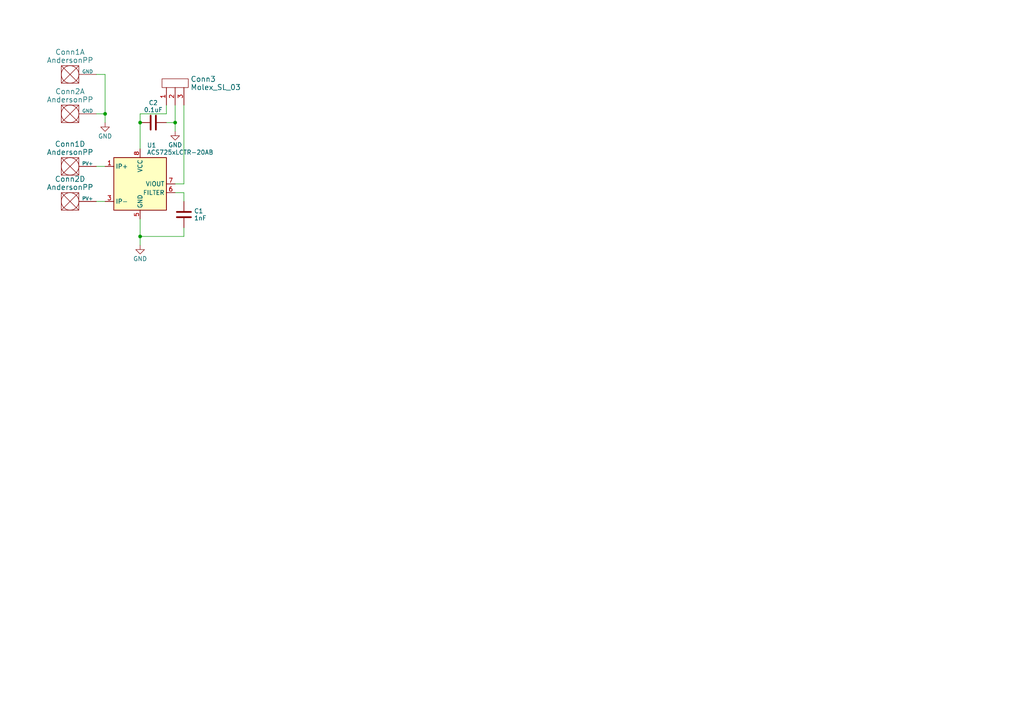
<source format=kicad_sch>
(kicad_sch (version 20230121) (generator eeschema)
  (paper "A4")
  (lib_symbols
    (symbol "Device:C" (pin_numbers hide) (pin_names (offset 0.254))
      (property "Reference" "C" (at 0.635 2.54 0))
      (property "Value" "C" (at 0.635 -2.54 0))
      (symbol "C_0_1"
        (polyline (pts (xy -2.032 -0.762) (xy 2.032 -0.762)) (stroke (width 0.508)))
        (polyline (pts (xy -2.032 0.762) (xy 2.032 0.762)) (stroke (width 0.508)))
      )
      (symbol "C_1_1"
        (pin passive line (at 0 3.81 270) (length 2.794) (name "~") (number "1"))
        (pin passive line (at 0 -3.81 90) (length 2.794) (name "~") (number "2"))
      )
    )
    (symbol "MRDT_Connectors:AndersonPP" (pin_numbers hide) (pin_names (offset 0))
      (property "Reference" "Conn" (at 3.81 -1.27 0))
      (property "Value" "AndersonPP" (at 2.54 6.35 0))
      (symbol "AndersonPP_0_1"
        (polyline (pts (xy 0 5.08) (xy 5.08 0)))
        (polyline (pts (xy 5.08 5.08) (xy 0 0)))
        (rectangle (start 0 0) (end 5.08 5.08))
        (circle (center 2.54 2.54) (radius 2.54))
      )
      (symbol "AndersonPP_1_1"
        (pin input line (at 10.16 2.54 180) (length 5.08) (name "GND") (number "1"))
      )
      (symbol "AndersonPP_2_1"
        (pin input line (at 10.16 2.54 180) (length 5.08) (name "V+Log") (number "2"))
      )
      (symbol "AndersonPP_3_1"
        (pin input line (at 10.16 2.54 180) (length 5.08) (name "V+Act") (number "3"))
      )
      (symbol "AndersonPP_4_1"
        (pin input line (at 10.16 2.54 180) (length 5.08) (name "PV+") (number "4"))
      )
      (symbol "AndersonPP_5_1"
        (pin input line (at 10.16 2.54 180) (length 5.08) (name "~") (number "1"))
      )
    )
    (symbol "MRDT_Connectors:Molex_SL_03" (pin_names (offset 1.016))
      (property "Reference" "Conn" (at 3.81 -1.27 0))
      (property "Value" "Molex_SL_03" (at 1.27 8.89 0))
      (symbol "Molex_SL_03_0_1"
        (rectangle (start 0 7.62) (end 2.54 0))
      )
      (symbol "Molex_SL_03_1_1"
        (pin input line (at -5.08 6.35 0) (length 5.08) (name "~") (number "1"))
        (pin input line (at -5.08 3.81 0) (length 5.08) (name "~") (number "2"))
        (pin input line (at -5.08 1.27 0) (length 5.08) (name "~") (number "3"))
      )
    )
    (symbol "Sensor_Current:ACS725xLCTR-20AB"
      (property "Reference" "U" (at 2.54 11.43 0))
      (property "Value" "ACS725xLCTR-20AB" (at 2.54 8.89 0))
      (symbol "ACS725xLCTR-20AB_0_1"
        (rectangle (start -7.62 7.62) (end 7.62 -7.62) (stroke (width 0.254)) (fill (type background)))
      )
      (symbol "ACS725xLCTR-20AB_1_1"
        (pin passive line (at -10.16 5.08 0) (length 2.54) (name "IP+") (number "1"))
        (pin passive line (at -10.16 5.08 0) (length 2.54) hide (name "IP+") (number "2"))
        (pin passive line (at -10.16 -5.08 0) (length 2.54) (name "IP-") (number "3"))
        (pin passive line (at -10.16 -5.08 0) (length 2.54) hide (name "IP-") (number "4"))
        (pin power_in line (at 0 -10.16 90) (length 2.54) (name "GND") (number "5"))
        (pin passive line (at 10.16 -2.54 180) (length 2.54) (name "FILTER") (number "6"))
        (pin output line (at 10.16 0 180) (length 2.54) (name "VIOUT") (number "7"))
        (pin power_in line (at 0 10.16 270) (length 2.54) (name "VCC") (number "8"))
      )
    )
    (symbol "power:GND" (power) (pin_names (offset 0))
      (property "Value" "GND" (at 0 -3.81 0))
      (symbol "GND_0_1"
        (polyline (pts (xy 0 0) (xy 0 -1.27) (xy 1.27 -1.27) (xy 0 -2.54) (xy -1.27 -1.27) (xy 0 -1.27)))
      )
      (symbol "GND_1_1"
        (pin power_in line (at 0 0 270) (length 0) hide (name "GND") (number "1"))
      )
    )
  )
  (junction (at 40.64 35.56))
  (junction (at 50.8 35.56))
  (junction (at 40.64 68.58))
  (junction (at 30.48 33.02))
  (wire (pts (xy 53.34 55.88) (xy 53.34 58.42)))
  (wire (pts (xy 53.34 66.04) (xy 53.34 68.58)))
  (wire (pts (xy 53.34 30.48) (xy 53.34 53.34)))
  (wire (pts (xy 30.48 21.59) (xy 30.48 33.02)))
  (wire (pts (xy 40.64 35.56) (xy 40.64 43.18)))
  (wire (pts (xy 48.26 33.02) (xy 40.64 33.02)))
  (wire (pts (xy 40.64 33.02) (xy 40.64 35.56)))
  (wire (pts (xy 48.26 35.56) (xy 50.8 35.56)))
  (wire (pts (xy 53.34 68.58) (xy 40.64 68.58)))
  (wire (pts (xy 27.94 33.02) (xy 30.48 33.02)))
  (wire (pts (xy 48.26 33.02) (xy 48.26 30.48)))
  (wire (pts (xy 27.94 48.26) (xy 30.48 48.26)))
  (wire (pts (xy 50.8 35.56) (xy 50.8 38.1)))
  (wire (pts (xy 30.48 33.02) (xy 30.48 35.56)))
  (wire (pts (xy 50.8 55.88) (xy 53.34 55.88)))
  (wire (pts (xy 50.8 35.56) (xy 50.8 30.48)))
  (wire (pts (xy 40.64 68.58) (xy 40.64 71.12)))
  (wire (pts (xy 53.34 53.34) (xy 50.8 53.34)))
  (wire (pts (xy 27.94 58.42) (xy 30.48 58.42)))
  (wire (pts (xy 27.94 21.59) (xy 30.48 21.59)))
  (wire (pts (xy 40.64 68.58) (xy 40.64 63.5)))
  (symbol (lib_id "MRDT_Connectors:AndersonPP") (at 17.78 60.96 0) (unit 4)
    (property "Reference" "Conn2" (at 20.32 51.9272 0) (effects (font (size 1.524 1.524))))
    (property "Value" "AndersonPP" (at 20.32 54.3084 0) (effects (font (size 1.524 1.524))))
    (property "Footprint" "MRDT_Connectors:Square_Anderson_2_H_Side_By_Side_PV" (effects hide))
  )
  (symbol (lib_id "MRDT_Connectors:Molex_SL_03") (at 54.61 25.4 90) (unit 1)
    (property "Reference" "Conn3" (at 55.245 22.9394 90) (effects (font (size 1.524 1.524)) (justify right)))
    (property "Value" "Molex_SL_03" (at 55.245 25.3206 90) (effects (font (size 1.524 1.524)) (justify right)))
    (property "Footprint" "MRDT_Connectors:MOLEX_SL_03_Horizontal" (effects hide))
  )
  (symbol (lib_id "Device:C") (at 44.45 35.56 90) (unit 1)
    (property "Reference" "C2" (at 44.45 29.821 90))
    (property "Value" "0.1uF" (at 44.45 31.869 90))
    (property "Footprint" "Capacitor_SMD:C_0603_1608Metric_Pad1.08x0.95mm_HandSolder" (effects hide))
  )
  (symbol (lib_id "MRDT_Connectors:AndersonPP") (at 17.78 35.56 0) (unit 1)
    (property "Reference" "Conn2" (at 20.32 26.5272 0) (effects (font (size 1.524 1.524))))
    (property "Value" "AndersonPP" (at 20.32 28.9084 0) (effects (font (size 1.524 1.524))))
    (property "Footprint" "MRDT_Connectors:Square_Anderson_2_H_Side_By_Side_PV" (effects hide))
  )
  (symbol (lib_id "power:GND") (at 50.8 38.1 0) (unit 1)
    (property "Reference" "#PWR02" (effects hide))
    (property "Value" "GND" (at 50.8 42.045 0))
  )
  (symbol (lib_id "Sensor_Current:ACS725xLCTR-20AB") (at 40.64 53.34 0) (unit 1)
    (property "Reference" "U1" (at 42.5959 42.14 0) (effects (justify left)))
    (property "Value" "ACS725xLCTR-20AB" (at 42.5959 44.188 0) (effects (justify left)))
    (property "Footprint" "Package_SO:SOIC-8_3.9x4.9mm_P1.27mm" (effects hide))
    (property "Datasheet" "http://www.allegromicro.com/~/media/Files/Datasheets/ACS725-Datasheet.ashx?la=en" (effects hide))
  )
  (symbol (lib_id "power:GND") (at 30.48 35.56 0) (unit 1)
    (property "Reference" "#PWR01" (effects hide))
    (property "Value" "GND" (at 30.48 39.505 0))
  )
  (symbol (lib_id "MRDT_Connectors:AndersonPP") (at 17.78 24.13 0) (unit 1)
    (property "Reference" "Conn1" (at 20.32 15.0972 0) (effects (font (size 1.524 1.524))))
    (property "Value" "AndersonPP" (at 20.32 17.4784 0) (effects (font (size 1.524 1.524))))
    (property "Footprint" "MRDT_Connectors:Square_Anderson_2_H_Side_By_Side_PV" (effects hide))
  )
  (symbol (lib_id "power:GND") (at 40.64 71.12 0) (unit 1)
    (property "Reference" "#PWR04" (effects hide))
    (property "Value" "GND" (at 40.64 75.065 0))
  )
  (symbol (lib_id "MRDT_Connectors:AndersonPP") (at 17.78 50.8 0) (unit 4)
    (property "Reference" "Conn1" (at 20.32 41.7672 0) (effects (font (size 1.524 1.524))))
    (property "Value" "AndersonPP" (at 20.32 44.1484 0) (effects (font (size 1.524 1.524))))
    (property "Footprint" "MRDT_Connectors:Square_Anderson_2_H_Side_By_Side_PV" (effects hide))
  )
  (symbol (lib_id "Device:C") (at 53.34 62.23 0) (unit 1)
    (property "Reference" "C1" (at 56.261 61.206 0) (effects (justify left)))
    (property "Value" "1nF" (at 56.261 63.254 0) (effects (justify left)))
    (property "Footprint" "Capacitor_SMD:C_0603_1608Metric_Pad1.08x0.95mm_HandSolder" (effects hide))
  )
)
</source>
